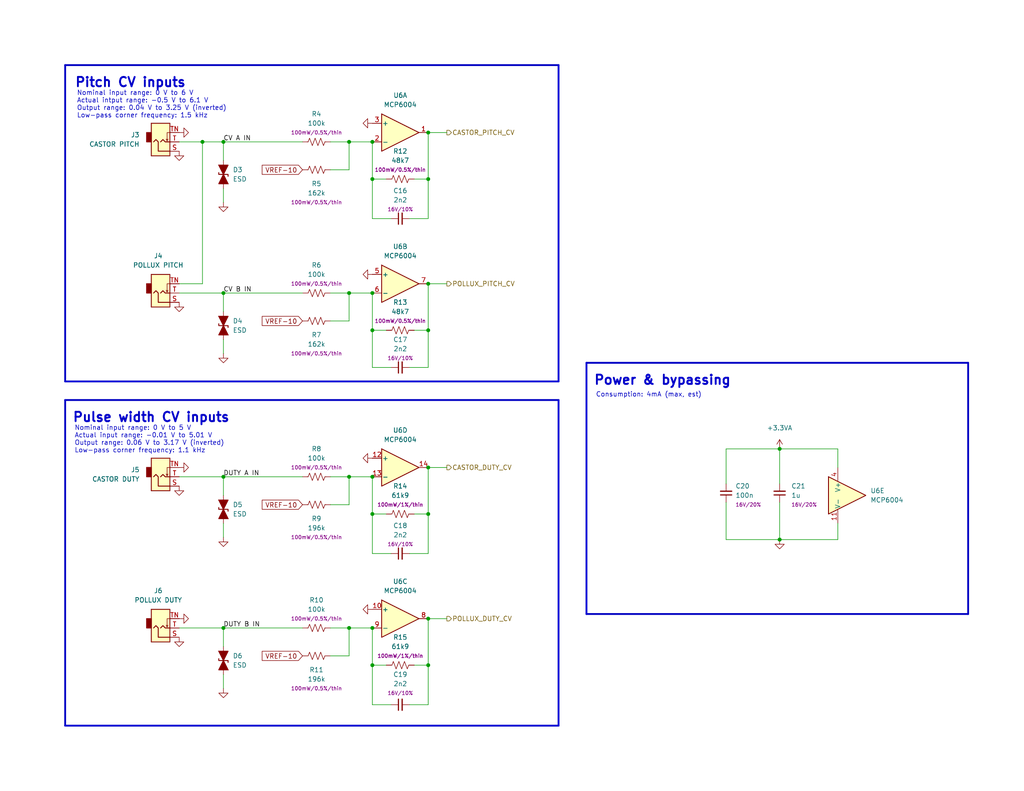
<source format=kicad_sch>
(kicad_sch (version 20211123) (generator eeschema)
  (paper "USLetter")
  (title_block (title "Castor & Pollux") (date "2022-10-07") (rev "v6") (company "Winterbloom") (comment 1 "Alethea Flowers") (comment 2 "CERN-OHL-P v2") (comment 3 "gemini.wntr.dev"))
  (lib_symbols
    (symbol "Device:C_Small" (pin_numbers hide) (pin_names (offset 0.254) hide)
      (property "Reference" "C" (at 0.254 1.778 0))
      (property "Value" "C_Small" (at 0.254 -2.032 0))
      (symbol "C_Small_0_1"
        (polyline (pts (xy -1.524 -0.508) (xy 1.524 -0.508)) (stroke (width 0.3302)))
        (polyline (pts (xy -1.524 0.508) (xy 1.524 0.508)) (stroke (width 0.3048)))
      )
      (symbol "C_Small_1_1"
        (pin passive line (at 0 2.54 270) (length 2.032) (name "~") (number "1"))
        (pin passive line (at 0 -2.54 90) (length 2.032) (name "~") (number "2"))
      )
    )
    (symbol "Device:D_TVS_Filled" (pin_numbers hide) (pin_names (offset 1.016) hide)
      (property "Reference" "D" (at 0 2.54 0))
      (property "Value" "D_TVS_Filled" (at 0 -2.54 0))
      (symbol "D_TVS_Filled_0_1"
        (polyline (pts (xy 1.27 0) (xy -1.27 0)))
        (polyline (pts (xy -2.54 -1.27) (xy 0 0) (xy -2.54 1.27) (xy -2.54 -1.27)) (stroke (width 0.254)) (fill (type outline)))
        (polyline (pts (xy 0.508 1.27) (xy 0 1.27) (xy 0 -1.27) (xy -0.508 -1.27)) (stroke (width 0.254)))
        (polyline (pts (xy 2.54 1.27) (xy 2.54 -1.27) (xy 0 0) (xy 2.54 1.27)) (stroke (width 0.254)) (fill (type outline)))
      )
      (symbol "D_TVS_Filled_1_1"
        (pin passive line (at -3.81 0 0) (length 2.54) (name "A1") (number "1"))
        (pin passive line (at 3.81 0 180) (length 2.54) (name "A2") (number "2"))
      )
    )
    (symbol "Device:R_US" (pin_numbers hide) (pin_names (offset 0))
      (property "Reference" "R" (at 2.54 0 90))
      (property "Value" "R_US" (at -2.54 0 90))
      (symbol "R_US_0_1"
        (polyline (pts (xy 0 -2.286) (xy 0 -2.54)))
        (polyline (pts (xy 0 2.286) (xy 0 2.54)))
        (polyline (pts (xy 0 -0.762) (xy 1.016 -1.143) (xy 0 -1.524) (xy -1.016 -1.905) (xy 0 -2.286)))
        (polyline (pts (xy 0 0.762) (xy 1.016 0.381) (xy 0 0) (xy -1.016 -0.381) (xy 0 -0.762)))
        (polyline (pts (xy 0 2.286) (xy 1.016 1.905) (xy 0 1.524) (xy -1.016 1.143) (xy 0 0.762)))
      )
      (symbol "R_US_1_1"
        (pin passive line (at 0 3.81 270) (length 1.27) (name "~") (number "1"))
        (pin passive line (at 0 -3.81 90) (length 1.27) (name "~") (number "2"))
      )
    )
    (symbol "power:+3.3VA" (power) (pin_names (offset 0))
      (property "Value" "+3.3VA" (at 0 3.556 0))
      (symbol "+3.3VA_0_1"
        (polyline (pts (xy -0.762 1.27) (xy 0 2.54)))
        (polyline (pts (xy 0 0) (xy 0 2.54)))
        (polyline (pts (xy 0 2.54) (xy 0.762 1.27)))
      )
      (symbol "+3.3VA_1_1"
        (pin power_in line (at 0 0 90) (length 0) hide (name "+3.3VA") (number "1"))
      )
    )
    (symbol "power:GND" (power) (pin_names (offset 0))
      (property "Value" "GND" (at 0 -3.81 0))
      (symbol "GND_0_1"
        (polyline (pts (xy 0 0) (xy 0 -1.27) (xy 1.27 -1.27) (xy 0 -2.54) (xy -1.27 -1.27) (xy 0 -1.27)))
      )
      (symbol "GND_1_1"
        (pin power_in line (at 0 0 270) (length 0) hide (name "GND") (number "1"))
      )
    )
    (symbol "winterbloom:Eurorack_Mono_Jack" (pin_names hide)
      (property "Reference" "J" (at 3.302 -4.064 0))
      (property "Value" "Eurorack_Mono_Jack" (at 0 5.08 0))
      (symbol "Eurorack_Mono_Jack_0_1"
        (rectangle (start -2.54 -5.08) (end 2.54 3.81) (stroke (width 0.254)) (fill (type background)))
        (polyline (pts (xy -1.778 -1.016) (xy -2.032 -0.508)))
        (polyline (pts (xy -2.54 1.27) (xy -1.778 1.27) (xy -1.778 -1.016) (xy -1.524 -0.508)))
        (polyline (pts (xy 0 -1.27) (xy -0.635 -0.635) (xy -1.27 -1.27) (xy -2.54 -1.27)) (stroke (width 0.254)))
        (polyline (pts (xy -2.54 -3.81) (xy 0.635 -3.81) (xy 0.635 -1.27) (xy 1.27 -0.635) (xy 1.905 -1.27)) (stroke (width 0.254)))
        (rectangle (start 2.54 -1.27) (end 3.81 1.27) (stroke (width 0.254)) (fill (type outline)))
      )
      (symbol "Eurorack_Mono_Jack_1_1"
        (pin passive line (at -5.08 -3.81 0) (length 2.54) (name "Sleeve") (number "S"))
        (pin passive line (at -5.08 -1.27 0) (length 2.54) (name "Tip") (number "T"))
        (pin passive line (at -5.08 1.27 0) (length 2.54) (name "Tip_normalize") (number "TN"))
      )
    )
    (symbol "winterbloom:MCP6004" (pin_names (offset 0.127))
      (property "Reference" "U" (at 0 3.81 0))
      (property "Value" "MCP6004" (at 0 -3.81 0))
      (symbol "MCP6004_1_1"
        (polyline (pts (xy -5.08 5.08) (xy 5.08 0) (xy -5.08 -5.08) (xy -5.08 5.08)) (stroke (width 0.254)) (fill (type background)))
        (pin output line (at 7.62 0 180) (length 2.54) (name "~") (number "1"))
        (pin input line (at -7.62 -2.54 0) (length 2.54) (name "-") (number "2"))
        (pin input line (at -7.62 2.54 0) (length 2.54) (name "+") (number "3"))
      )
      (symbol "MCP6004_2_1"
        (polyline (pts (xy -5.08 5.08) (xy 5.08 0) (xy -5.08 -5.08) (xy -5.08 5.08)) (stroke (width 0.254)) (fill (type background)))
        (pin input line (at -7.62 2.54 0) (length 2.54) (name "+") (number "5"))
        (pin input line (at -7.62 -2.54 0) (length 2.54) (name "-") (number "6"))
        (pin output line (at 7.62 0 180) (length 2.54) (name "~") (number "7"))
      )
      (symbol "MCP6004_3_1"
        (polyline (pts (xy -5.08 5.08) (xy 5.08 0) (xy -5.08 -5.08) (xy -5.08 5.08)) (stroke (width 0.254)) (fill (type background)))
        (pin input line (at -7.62 2.54 0) (length 2.54) (name "+") (number "10"))
        (pin output line (at 7.62 0 180) (length 2.54) (name "~") (number "8"))
        (pin input line (at -7.62 -2.54 0) (length 2.54) (name "-") (number "9"))
      )
      (symbol "MCP6004_4_1"
        (polyline (pts (xy -5.08 5.08) (xy 5.08 0) (xy -5.08 -5.08) (xy -5.08 5.08)) (stroke (width 0.254)) (fill (type background)))
        (pin input line (at -7.62 2.54 0) (length 2.54) (name "+") (number "12"))
        (pin input line (at -7.62 -2.54 0) (length 2.54) (name "-") (number "13"))
        (pin output line (at 7.62 0 180) (length 2.54) (name "~") (number "14"))
      )
      (symbol "MCP6004_5_1"
        (polyline (pts (xy -5.08 5.08) (xy 5.08 0) (xy -5.08 -5.08) (xy -5.08 5.08)) (stroke (width 0.254)) (fill (type background)))
        (pin power_in line (at -2.54 -7.62 90) (length 3.81) (name "V-") (number "11"))
        (pin power_in line (at -2.54 7.62 270) (length 3.81) (name "V+") (number "4"))
      )
    )
  )
  (junction (at 116.84 90.17))
  (junction (at 116.84 77.47))
  (junction (at 212.725 122.555))
  (junction (at 95.25 80.01))
  (junction (at 60.96 80.01))
  (junction (at 116.84 127.635))
  (junction (at 116.84 168.91))
  (junction (at 101.6 171.45))
  (junction (at 101.6 181.61))
  (junction (at 55.245 38.735))
  (junction (at 101.6 140.335))
  (junction (at 95.25 38.735))
  (junction (at 95.25 130.175))
  (junction (at 60.96 38.735))
  (junction (at 212.725 147.32))
  (junction (at 116.84 181.61))
  (junction (at 116.84 48.895))
  (junction (at 116.84 140.335))
  (junction (at 101.6 48.895))
  (junction (at 101.6 130.175))
  (junction (at 116.84 36.195))
  (junction (at 101.6 38.735))
  (junction (at 101.6 80.01))
  (junction (at 101.6 90.17))
  (junction (at 60.96 130.175))
  (junction (at 60.96 171.45))
  (junction (at 95.25 171.45))
  (wire (pts (xy 101.6 192.405) (xy 101.6 181.61)))
  (wire (pts (xy 111.76 100.33) (xy 116.84 100.33)))
  (wire (pts (xy 95.25 179.07) (xy 95.25 171.45)))
  (wire (pts (xy 198.12 147.32) (xy 212.725 147.32)))
  (wire (pts (xy 116.84 48.895) (xy 116.84 36.195)))
  (polyline (pts (xy 17.78 17.78) (xy 152.4 17.78)) (stroke (width 0.5) (type solid)))
  (wire (pts (xy 113.03 48.895) (xy 116.84 48.895)))
  (polyline (pts (xy 160.02 99.06) (xy 264.16 99.06)) (stroke (width 0.5) (type solid)))
  (wire (pts (xy 116.84 100.33) (xy 116.84 90.17)))
  (wire (pts (xy 48.895 77.47) (xy 55.245 77.47)))
  (wire (pts (xy 116.84 77.47) (xy 121.92 77.47)))
  (polyline (pts (xy 17.78 109.22) (xy 152.4 109.22)) (stroke (width 0.5) (type solid)))
  (wire (pts (xy 228.6 142.875) (xy 228.6 147.32)))
  (wire (pts (xy 101.6 130.175) (xy 101.6 140.335)))
  (wire (pts (xy 116.84 140.335) (xy 116.84 127.635)))
  (wire (pts (xy 101.6 48.895) (xy 105.41 48.895)))
  (wire (pts (xy 60.96 80.01) (xy 60.96 85.09)))
  (wire (pts (xy 116.84 127.635) (xy 121.92 127.635)))
  (wire (pts (xy 106.68 151.13) (xy 101.6 151.13)))
  (wire (pts (xy 60.96 184.15) (xy 60.96 187.96)))
  (wire (pts (xy 106.68 59.69) (xy 101.6 59.69)))
  (wire (pts (xy 116.84 192.405) (xy 116.84 181.61)))
  (wire (pts (xy 60.96 80.01) (xy 82.55 80.01)))
  (polyline (pts (xy 264.16 99.06) (xy 264.16 167.64)) (stroke (width 0.5) (type solid)))
  (wire (pts (xy 95.25 87.63) (xy 95.25 80.01)))
  (wire (pts (xy 95.25 137.795) (xy 95.25 130.175)))
  (wire (pts (xy 60.96 130.175) (xy 82.55 130.175)))
  (wire (pts (xy 101.6 90.17) (xy 105.41 90.17)))
  (wire (pts (xy 111.76 151.13) (xy 116.84 151.13)))
  (polyline (pts (xy 152.4 109.22) (xy 152.4 198.12)) (stroke (width 0.5) (type solid)))
  (wire (pts (xy 212.725 122.555) (xy 212.725 132.08)))
  (polyline (pts (xy 17.78 17.78) (xy 17.78 104.14)) (stroke (width 0.5) (type solid)))
  (wire (pts (xy 90.17 130.175) (xy 95.25 130.175)))
  (wire (pts (xy 101.6 171.45) (xy 101.6 181.61)))
  (wire (pts (xy 48.895 38.735) (xy 55.245 38.735)))
  (wire (pts (xy 228.6 122.555) (xy 212.725 122.555)))
  (wire (pts (xy 106.68 100.33) (xy 101.6 100.33)))
  (wire (pts (xy 101.6 100.33) (xy 101.6 90.17)))
  (wire (pts (xy 212.725 147.32) (xy 228.6 147.32)))
  (wire (pts (xy 113.03 181.61) (xy 116.84 181.61)))
  (polyline (pts (xy 152.4 104.14) (xy 17.78 104.14)) (stroke (width 0.5) (type solid)))
  (wire (pts (xy 111.76 59.69) (xy 116.84 59.69)))
  (wire (pts (xy 60.96 51.435) (xy 60.96 55.245)))
  (polyline (pts (xy 17.78 109.22) (xy 17.78 198.12)) (stroke (width 0.5) (type solid)))
  (wire (pts (xy 116.84 36.195) (xy 121.92 36.195)))
  (wire (pts (xy 113.03 140.335) (xy 116.84 140.335)))
  (wire (pts (xy 55.245 77.47) (xy 55.245 38.735)))
  (wire (pts (xy 101.6 151.13) (xy 101.6 140.335)))
  (wire (pts (xy 101.6 59.69) (xy 101.6 48.895)))
  (wire (pts (xy 60.96 38.735) (xy 60.96 43.815)))
  (wire (pts (xy 90.17 171.45) (xy 95.25 171.45)))
  (wire (pts (xy 90.17 46.355) (xy 95.25 46.355)))
  (wire (pts (xy 95.25 171.45) (xy 101.6 171.45)))
  (wire (pts (xy 113.03 90.17) (xy 116.84 90.17)))
  (wire (pts (xy 198.12 132.08) (xy 198.12 122.555)))
  (wire (pts (xy 198.12 137.16) (xy 198.12 147.32)))
  (wire (pts (xy 90.17 137.795) (xy 95.25 137.795)))
  (wire (pts (xy 48.895 80.01) (xy 60.96 80.01)))
  (wire (pts (xy 95.25 130.175) (xy 101.6 130.175)))
  (wire (pts (xy 95.25 38.735) (xy 101.6 38.735)))
  (wire (pts (xy 55.245 38.735) (xy 60.96 38.735)))
  (wire (pts (xy 101.6 38.735) (xy 101.6 48.895)))
  (wire (pts (xy 60.96 142.875) (xy 60.96 146.685)))
  (wire (pts (xy 198.12 122.555) (xy 212.725 122.555)))
  (wire (pts (xy 116.84 151.13) (xy 116.84 140.335)))
  (wire (pts (xy 116.84 59.69) (xy 116.84 48.895)))
  (wire (pts (xy 95.25 46.355) (xy 95.25 38.735)))
  (wire (pts (xy 116.84 168.91) (xy 121.92 168.91)))
  (polyline (pts (xy 152.4 17.78) (xy 152.4 104.14)) (stroke (width 0.5) (type solid)))
  (wire (pts (xy 101.6 181.61) (xy 105.41 181.61)))
  (polyline (pts (xy 264.16 167.64) (xy 160.02 167.64)) (stroke (width 0.5) (type solid)))
  (wire (pts (xy 90.17 179.07) (xy 95.25 179.07)))
  (wire (pts (xy 90.17 80.01) (xy 95.25 80.01)))
  (polyline (pts (xy 152.4 198.12) (xy 17.78 198.12)) (stroke (width 0.5) (type solid)))
  (wire (pts (xy 101.6 140.335) (xy 105.41 140.335)))
  (wire (pts (xy 95.25 80.01) (xy 101.6 80.01)))
  (wire (pts (xy 111.76 192.405) (xy 116.84 192.405)))
  (wire (pts (xy 116.84 90.17) (xy 116.84 77.47)))
  (wire (pts (xy 106.68 192.405) (xy 101.6 192.405)))
  (wire (pts (xy 228.6 127.635) (xy 228.6 122.555)))
  (wire (pts (xy 60.96 171.45) (xy 82.55 171.45)))
  (wire (pts (xy 48.895 130.175) (xy 60.96 130.175)))
  (wire (pts (xy 48.895 171.45) (xy 60.96 171.45)))
  (wire (pts (xy 212.725 137.16) (xy 212.725 147.32)))
  (wire (pts (xy 90.17 38.735) (xy 95.25 38.735)))
  (polyline (pts (xy 160.02 99.06) (xy 160.02 167.64)) (stroke (width 0.5) (type solid)))
  (wire (pts (xy 101.6 80.01) (xy 101.6 90.17)))
  (wire (pts (xy 116.84 181.61) (xy 116.84 168.91)))
  (wire (pts (xy 90.17 87.63) (xy 95.25 87.63)))
  (wire (pts (xy 60.96 92.71) (xy 60.96 96.52)))
  (wire (pts (xy 60.96 130.175) (xy 60.96 135.255)))
  (wire (pts (xy 60.96 38.735) (xy 82.55 38.735)))
  (wire (pts (xy 60.96 171.45) (xy 60.96 176.53)))
  (text "Pulse width CV inputs" (at 19.685 115.57 0) (effects (font (size 2.54 2.54) (thickness 0.508) bold) (justify left bottom)))
  (text "Consumption: 4mA (max, est)" (at 162.56 108.585 0) (effects (font (size 1.27 1.27)) (justify left bottom)))
  (text "Power & bypassing" (at 161.925 105.41 0) (effects (font (size 2.54 2.54) (thickness 0.508) bold) (justify left bottom)))
  (text "Nominal input range: 0 V to 6 V\nActual intput range: -0.5 V to 6.1 V\nOutput range: 0.04 V to 3.25 V (inverted)\nLow-pass corner frequency: 1.5 kHz" (at 20.955 32.385 0) (effects (font (size 1.27 1.27)) (justify left bottom)))
  (text "Pitch CV inputs" (at 20.32 24.13 0) (effects (font (size 2.54 2.54) (thickness 0.508) bold) (justify left bottom)))
  (text "Nominal input range: 0 V to 5 V\nActual input range: -0.01 V to 5.01 V\nOutput range: 0.06 V to 3.17 V (inverted)\nLow-pass corner frequency: 1.1 kHz\n" (at 20.32 123.825 0) (effects (font (size 1.27 1.27)) (justify left bottom)))
  (label "CV B IN" (at 60.96 80.01 0))
  (label "CV A IN" (at 60.96 38.735 0))
  (label "DUTY A IN" (at 60.96 130.175 0))
  (label "DUTY B IN" (at 60.96 171.45 0))
  (global_label "VREF-10" (shape input) (at 82.55 179.07 180) (property "Intersheet References" "${INTERSHEET_REFS}" (effects hide)))
  (global_label "VREF-10" (shape input) (at 82.55 87.63 180) (property "Intersheet References" "${INTERSHEET_REFS}" (effects hide)))
  (global_label "VREF-10" (shape input) (at 82.55 137.795 180) (property "Intersheet References" "${INTERSHEET_REFS}" (effects hide)))
  (global_label "VREF-10" (shape input) (at 82.55 46.355 180) (property "Intersheet References" "${INTERSHEET_REFS}" (effects hide)))
  (hierarchical_label "CASTOR_PITCH_CV" (shape output) (at 121.92 36.195 0))
  (hierarchical_label "CASTOR_DUTY_CV" (shape output) (at 121.92 127.635 0))
  (hierarchical_label "POLLUX_DUTY_CV" (shape output) (at 121.92 168.91 0))
  (hierarchical_label "POLLUX_PITCH_CV" (shape output) (at 121.92 77.47 0))
  (symbol (lib_id "winterbloom:MCP6004") (at 109.22 36.195 0) (unit 1)
    (property "Reference" "U6" (at 109.22 26.035 0))
    (property "Value" "MCP6004" (at 109.22 28.575 0))
    (property "Footprint" "Package_SO:TSSOP-14_4.4x5mm_P0.65mm" (effects hide))
    (property "Datasheet" "http://datasheet.octopart.com/MCP6001T-I/OT-Microchip-datasheet-8823409.pdf" (effects hide))
    (property "MPN" "MCP6004T-I/ST, MCP6004T-E/ST" (effects hide))
  )
  (symbol (lib_id "Device:R_US") (at 86.36 38.735 270) (unit 1)
    (property "Reference" "R4" (at 86.36 31.115 90))
    (property "Value" "100k" (at 86.36 33.655 90))
    (property "Footprint" "winterbloom:R_0402_HandSolder" (effects hide))
    (property "MPN" "RC0402DR-07100KL" (effects hide))
    (property "Notes" "Low frequency analog input" (effects hide))
    (property "Rating" "100mW/0.5%/thin" (at 86.36 36.195 90) (effects (font (size 1 1))))
  )
  (symbol (lib_id "Device:R_US") (at 86.36 46.355 270) (unit 1)
    (property "Reference" "R5" (at 86.36 50.165 90))
    (property "Value" "162k" (at 86.36 52.705 90))
    (property "Footprint" "winterbloom:R_0402_HandSolder" (effects hide))
    (property "MPN" "RP73PF1E162KBTD" (effects hide))
    (property "Notes" "Low frequency analog input" (effects hide))
    (property "Rating" "100mW/0.5%/thin" (at 86.36 55.245 90) (effects (font (size 1 1))))
  )
  (symbol (lib_id "Device:R_US") (at 109.22 48.895 270) (unit 1)
    (property "Reference" "R12" (at 109.22 41.275 90))
    (property "Value" "48k7" (at 109.22 43.815 90))
    (property "Footprint" "winterbloom:R_0402_HandSolder" (effects hide))
    (property "MPN" "RT0402BRD0748K7L" (effects hide))
    (property "Notes" "Low frequency analog input" (effects hide))
    (property "Rating" "100mW/0.5%/thin" (at 109.22 46.355 90) (effects (font (size 1 1))))
  )
  (symbol (lib_id "Device:C_Small") (at 109.22 59.69 90) (unit 1)
    (property "Reference" "C16" (at 109.2263 52.07 90))
    (property "Value" "2n2" (at 109.2263 54.61 90))
    (property "Footprint" "winterbloom:C_0402_HandSolder" (effects hide))
    (property "MPN" "GRM155R71H222KA01D" (effects hide))
    (property "Notes" "CV filter" (effects hide))
    (property "Rating" "16V/10%" (at 109.2263 57.15 90) (effects (font (size 1 1))))
  )
  (symbol (lib_id "power:GND") (at 101.6 33.655 270) (unit 1)
    (property "Reference" "#PWR048" (effects hide))
    (property "Value" "GND" (effects hide))
  )
  (symbol (lib_id "winterbloom:MCP6004") (at 109.22 77.47 0) (unit 2)
    (property "Reference" "U6" (at 109.22 67.31 0))
    (property "Value" "MCP6004" (at 109.22 69.85 0))
    (property "Footprint" "Package_SO:TSSOP-14_4.4x5mm_P0.65mm" (effects hide))
    (property "Datasheet" "http://datasheet.octopart.com/MCP6001T-I/OT-Microchip-datasheet-8823409.pdf" (effects hide))
    (property "MPN" "MCP6004T-I/ST, MCP6004T-E/ST" (effects hide))
  )
  (symbol (lib_id "Device:R_US") (at 86.36 80.01 270) (unit 1)
    (property "Reference" "R6" (at 86.36 72.39 90))
    (property "Value" "100k" (at 86.36 74.93 90))
    (property "Footprint" "winterbloom:R_0402_HandSolder" (effects hide))
    (property "MPN" "RC0402DR-07100KL" (effects hide))
    (property "Notes" "Low frequency analog input" (effects hide))
    (property "Rating" "100mW/0.5%/thin" (at 86.36 77.47 90) (effects (font (size 1 1))))
  )
  (symbol (lib_id "Device:R_US") (at 86.36 87.63 270) (unit 1)
    (property "Reference" "R7" (at 86.36 91.44 90))
    (property "Value" "162k" (at 86.36 93.98 90))
    (property "Footprint" "winterbloom:R_0402_HandSolder" (effects hide))
    (property "MPN" "RP73PF1E162KBTD" (effects hide))
    (property "Notes" "Low frequency analog input" (effects hide))
    (property "Rating" "100mW/0.5%/thin" (at 86.36 96.52 90) (effects (font (size 1 1))))
  )
  (symbol (lib_id "Device:R_US") (at 109.22 90.17 270) (unit 1)
    (property "Reference" "R13" (at 109.22 82.55 90))
    (property "Value" "48k7" (at 109.22 85.09 90))
    (property "Footprint" "winterbloom:R_0402_HandSolder" (effects hide))
    (property "MPN" "RT0402BRD0748K7L" (effects hide))
    (property "Notes" "Low frequency analog input" (effects hide))
    (property "Rating" "100mW/0.5%/thin" (at 109.22 87.63 90) (effects (font (size 1 1))))
  )
  (symbol (lib_id "Device:C_Small") (at 109.22 100.33 90) (unit 1)
    (property "Reference" "C17" (at 109.2263 92.71 90))
    (property "Value" "2n2" (at 109.2263 95.25 90))
    (property "Footprint" "winterbloom:C_0402_HandSolder" (effects hide))
    (property "MPN" "GRM155R71H222KA01D" (effects hide))
    (property "Notes" "CV filter" (effects hide))
    (property "Rating" "16V/10%" (at 109.2263 97.79 90) (effects (font (size 1 1))))
  )
  (symbol (lib_id "power:GND") (at 101.6 74.93 270) (unit 1)
    (property "Reference" "#PWR049" (effects hide))
    (property "Value" "GND" (effects hide))
  )
  (symbol (lib_id "winterbloom:MCP6004") (at 109.22 127.635 0) (unit 4)
    (property "Reference" "U6" (at 109.22 117.475 0))
    (property "Value" "MCP6004" (at 109.22 120.015 0))
    (property "Footprint" "Package_SO:TSSOP-14_4.4x5mm_P0.65mm" (effects hide))
    (property "Datasheet" "http://datasheet.octopart.com/MCP6001T-I/OT-Microchip-datasheet-8823409.pdf" (effects hide))
    (property "MPN" "MCP6004T-I/ST, MCP6004T-E/ST" (effects hide))
  )
  (symbol (lib_id "Device:R_US") (at 86.36 130.175 270) (unit 1)
    (property "Reference" "R8" (at 86.36 122.555 90))
    (property "Value" "100k" (at 86.36 125.095 90))
    (property "Footprint" "winterbloom:R_0402_HandSolder" (effects hide))
    (property "MPN" "RC0402DR-07100KL" (effects hide))
    (property "Notes" "Low frequency analog input" (effects hide))
    (property "Rating" "100mW/0.5%/thin" (at 86.36 127.635 90) (effects (font (size 1 1))))
  )
  (symbol (lib_id "Device:R_US") (at 86.36 137.795 270) (unit 1)
    (property "Reference" "R9" (at 86.36 141.605 90))
    (property "Value" "196k" (at 86.36 144.145 90))
    (property "Footprint" "winterbloom:R_0402_HandSolder" (effects hide))
    (property "MPN" "RP73PF1E196KBTD, RK73H1ETTP1963F" (effects hide))
    (property "Notes" "Low frequency analog input" (effects hide))
    (property "Rating" "100mW/0.5%/thin" (at 86.36 146.685 90) (effects (font (size 1 1))))
  )
  (symbol (lib_id "Device:R_US") (at 109.22 140.335 270) (unit 1)
    (property "Reference" "R14" (at 109.22 132.715 90))
    (property "Value" "61k9" (at 109.22 135.255 90))
    (property "Footprint" "winterbloom:R_0402_HandSolder" (effects hide))
    (property "MPN" "RT0402BRD0761K9L,  ERA-2AEB6192X" (effects hide))
    (property "Notes" "Low frequency analog input" (effects hide))
    (property "Rating" "100mW/1%/thin" (at 109.22 137.795 90) (effects (font (size 1 1))))
  )
  (symbol (lib_id "Device:C_Small") (at 109.22 151.13 90) (unit 1)
    (property "Reference" "C18" (at 109.2263 143.51 90))
    (property "Value" "2n2" (at 109.2263 146.05 90))
    (property "Footprint" "winterbloom:C_0402_HandSolder" (effects hide))
    (property "MPN" "GRM155R71H222KA01D" (effects hide))
    (property "Notes" "CV filter" (effects hide))
    (property "Rating" "16V/10%" (at 109.2263 148.59 90) (effects (font (size 1 1))))
  )
  (symbol (lib_id "power:GND") (at 101.6 125.095 270) (unit 1)
    (property "Reference" "#PWR050" (effects hide))
    (property "Value" "GND" (effects hide))
  )
  (symbol (lib_id "winterbloom:MCP6004") (at 109.22 168.91 0) (unit 3)
    (property "Reference" "U6" (at 109.22 158.75 0))
    (property "Value" "MCP6004" (at 109.22 161.29 0))
    (property "Footprint" "Package_SO:TSSOP-14_4.4x5mm_P0.65mm" (effects hide))
    (property "Datasheet" "http://datasheet.octopart.com/MCP6001T-I/OT-Microchip-datasheet-8823409.pdf" (effects hide))
    (property "MPN" "MCP6004T-I/ST, MCP6004T-E/ST" (effects hide))
  )
  (symbol (lib_id "Device:R_US") (at 86.36 171.45 270) (unit 1)
    (property "Reference" "R10" (at 86.36 163.83 90))
    (property "Value" "100k" (at 86.36 166.37 90))
    (property "Footprint" "winterbloom:R_0402_HandSolder" (effects hide))
    (property "MPN" "RC0402DR-07100KL" (effects hide))
    (property "Notes" "Low frequency analog input" (effects hide))
    (property "Rating" "100mW/0.5%/thin" (at 86.36 168.91 90) (effects (font (size 1 1))))
  )
  (symbol (lib_id "Device:R_US") (at 86.36 179.07 270) (unit 1)
    (property "Reference" "R11" (at 86.36 182.88 90))
    (property "Value" "196k" (at 86.36 185.42 90))
    (property "Footprint" "winterbloom:R_0402_HandSolder" (effects hide))
    (property "MPN" "RP73PF1E196KBTD, RK73H1ETTP1963F" (effects hide))
    (property "Notes" "Low frequency analog input" (effects hide))
    (property "Rating" "100mW/0.5%/thin" (at 86.36 187.96 90) (effects (font (size 1 1))))
  )
  (symbol (lib_id "Device:R_US") (at 109.22 181.61 270) (unit 1)
    (property "Reference" "R15" (at 109.22 173.99 90))
    (property "Value" "61k9" (at 109.22 176.53 90))
    (property "Footprint" "winterbloom:R_0402_HandSolder" (effects hide))
    (property "MPN" "RT0402BRD0761K9L,  ERA-2AEB6192X" (effects hide))
    (property "Notes" "Low frequency analog input" (effects hide))
    (property "Rating" "100mW/1%/thin" (at 109.22 179.07 90) (effects (font (size 1 1))))
  )
  (symbol (lib_id "Device:C_Small") (at 109.22 192.405 90) (unit 1)
    (property "Reference" "C19" (at 109.2263 184.15 90))
    (property "Value" "2n2" (at 109.2263 186.69 90))
    (property "Footprint" "winterbloom:C_0402_HandSolder" (effects hide))
    (property "MPN" "GRM155R71H222KA01D" (effects hide))
    (property "Notes" "CV filter" (effects hide))
    (property "Rating" "16V/10%" (at 109.2263 189.23 90) (effects (font (size 1 1))))
  )
  (symbol (lib_id "power:GND") (at 101.6 166.37 270) (unit 1)
    (property "Reference" "#PWR051" (effects hide))
    (property "Value" "GND" (effects hide))
  )
  (symbol (lib_id "winterbloom:MCP6004") (at 231.14 135.255 0) (unit 5)
    (property "Reference" "U6" (at 237.49 133.9849 0) (effects (justify left)))
    (property "Value" "MCP6004" (at 237.49 136.5249 0) (effects (justify left)))
    (property "Footprint" "Package_SO:TSSOP-14_4.4x5mm_P0.65mm" (effects hide))
    (property "Datasheet" "http://datasheet.octopart.com/MCP6001T-I/OT-Microchip-datasheet-8823409.pdf" (effects hide))
    (property "MPN" "MCP6004T-I/ST, MCP6004T-E/ST" (effects hide))
  )
  (symbol (lib_id "Device:C_Small") (at 198.12 134.62 180) (unit 1)
    (property "Reference" "C20" (at 200.66 132.7085 0) (effects (justify right)))
    (property "Value" "100n" (at 200.66 135.2485 0) (effects (justify right)))
    (property "Footprint" "winterbloom:C_0402_HandSolder" (effects hide))
    (property "MPN" "CL05B104KO5NNNC" (effects hide))
    (property "Notes" "Bypass" (effects hide))
    (property "MacroFab MPN" "MF-CAP-0402-0.1uF" (effects hide))
    (property "Rating" "16V/20%" (at 200.66 137.7886 0) (effects (font (size 1 1)) (justify right)))
  )
  (symbol (lib_id "Device:C_Small") (at 212.725 134.62 180) (unit 1)
    (property "Reference" "C21" (at 215.9 132.7085 0) (effects (justify right)))
    (property "Value" "1u" (at 215.9 135.2485 0) (effects (justify right)))
    (property "Footprint" "winterbloom:C_0402_HandSolder" (effects hide))
    (property "MPN" "CL05A105KO5NNNC" (effects hide))
    (property "Notes" "Bypass" (effects hide))
    (property "MacroFab MPN" "MF-CAP-0402-1uF" (effects hide))
    (property "Rating" "16V/20%" (at 215.9 137.7886 0) (effects (font (size 1 1)) (justify right)))
  )
  (symbol (lib_id "power:GND") (at 212.725 147.32 0) (unit 1)
    (property "Reference" "#PWR053" (effects hide))
    (property "Value" "GND" (effects hide))
  )
  (symbol (lib_id "power:+3.3VA") (at 212.725 122.555 0) (unit 1)
    (property "Reference" "#PWR052" (effects hide))
    (property "Value" "+3.3VA" (at 212.725 116.84 0))
  )
  (symbol (lib_id "power:GND") (at 60.96 187.96 0) (unit 1)
    (property "Reference" "#PWR047" (effects hide))
    (property "Value" "GND" (effects hide))
  )
  (symbol (lib_id "winterbloom:Eurorack_Mono_Jack") (at 43.815 78.74 0) (mirror y) (unit 1)
    (property "Reference" "J4" (at 43.18 69.85 0))
    (property "Value" "POLLUX PITCH" (at 43.18 72.39 0))
    (property "Footprint" "winterbloom:AudioJack_WQP518MA" (effects hide))
    (property "Datasheet" "http://www.qingpu-electronics.com/en/products/WQP-PJ398SM-362.html" (effects hide))
    (property "MPN" "WQP-WQP518MA" (effects hide))
  )
  (symbol (lib_id "power:GND") (at 48.895 36.195 90) (unit 1)
    (property "Reference" "#PWR037" (effects hide))
    (property "Value" "GND" (effects hide))
  )
  (symbol (lib_id "power:GND") (at 48.895 127.635 90) (unit 1)
    (property "Reference" "#PWR040" (effects hide))
    (property "Value" "GND" (effects hide))
  )
  (symbol (lib_id "power:GND") (at 48.895 132.715 0) (unit 1)
    (property "Reference" "#PWR041" (effects hide))
    (property "Value" "GND" (effects hide))
  )
  (symbol (lib_id "winterbloom:Eurorack_Mono_Jack") (at 43.815 37.465 0) (mirror y) (unit 1)
    (property "Reference" "J3" (at 38.1 36.8299 0) (effects (justify left)))
    (property "Value" "CASTOR PITCH" (at 38.1 39.3699 0) (effects (justify left)))
    (property "Footprint" "winterbloom:AudioJack_WQP518MA" (effects hide))
    (property "Datasheet" "http://www.qingpu-electronics.com/en/products/WQP-PJ398SM-362.html" (effects hide))
    (property "MPN" "WQP-WQP518MA" (effects hide))
  )
  (symbol (lib_id "winterbloom:Eurorack_Mono_Jack") (at 43.815 128.905 0) (mirror y) (unit 1)
    (property "Reference" "J5" (at 38.1 128.2699 0) (effects (justify left)))
    (property "Value" "CASTOR DUTY" (at 38.1 130.8099 0) (effects (justify left)))
    (property "Footprint" "winterbloom:AudioJack_WQP518MA" (effects hide))
    (property "Datasheet" "http://www.qingpu-electronics.com/en/products/WQP-PJ398SM-362.html" (effects hide))
    (property "MPN" "WQP-WQP518MA" (effects hide))
  )
  (symbol (lib_id "power:GND") (at 48.895 41.275 0) (unit 1)
    (property "Reference" "#PWR038" (effects hide))
    (property "Value" "GND" (effects hide))
  )
  (symbol (lib_id "power:GND") (at 48.895 168.91 90) (unit 1)
    (property "Reference" "#PWR042" (effects hide))
    (property "Value" "GND" (effects hide))
  )
  (symbol (lib_id "Device:D_TVS_Filled") (at 60.96 180.34 90) (unit 1)
    (property "Reference" "D6" (at 63.5 179.0699 90) (effects (justify right)))
    (property "Value" "ESD" (at 63.5 181.6099 90) (effects (justify right)))
    (property "Footprint" "winterbloom:C_0603_HandSolder" (effects hide))
    (property "MPN" "B72500T0250K060" (effects hide))
    (property "Notes" "ESD diode, ceradiode, MOV, or small capacitor" (effects hide))
    (property "Rating" "20V+" (effects hide))
  )
  (symbol (lib_id "power:GND") (at 48.895 82.55 0) (unit 1)
    (property "Reference" "#PWR039" (effects hide))
    (property "Value" "GND" (effects hide))
  )
  (symbol (lib_id "power:GND") (at 60.96 55.245 0) (unit 1)
    (property "Reference" "#PWR044" (effects hide))
    (property "Value" "GND" (effects hide))
  )
  (symbol (lib_id "power:GND") (at 60.96 96.52 0) (unit 1)
    (property "Reference" "#PWR045" (effects hide))
    (property "Value" "GND" (effects hide))
  )
  (symbol (lib_id "Device:D_TVS_Filled") (at 60.96 47.625 90) (unit 1)
    (property "Reference" "D3" (at 63.5 46.3549 90) (effects (justify right)))
    (property "Value" "ESD" (at 63.5 48.8949 90) (effects (justify right)))
    (property "Footprint" "winterbloom:C_0603_HandSolder" (effects hide))
    (property "MPN" "B72500T0250K060" (effects hide))
    (property "Notes" "ESD diode, ceradiode, MOV, or small capacitor" (effects hide))
    (property "Rating" "20V+" (effects hide))
  )
  (symbol (lib_id "winterbloom:Eurorack_Mono_Jack") (at 43.815 170.18 0) (mirror y) (unit 1)
    (property "Reference" "J6" (at 43.18 161.29 0))
    (property "Value" "POLLUX DUTY" (at 43.18 163.83 0))
    (property "Footprint" "winterbloom:AudioJack_WQP518MA" (effects hide))
    (property "Datasheet" "http://www.qingpu-electronics.com/en/products/WQP-PJ398SM-362.html" (effects hide))
    (property "MPN" "WQP-WQP518MA" (effects hide))
  )
  (symbol (lib_id "power:GND") (at 48.895 173.99 0) (unit 1)
    (property "Reference" "#PWR043" (effects hide))
    (property "Value" "GND" (effects hide))
  )
  (symbol (lib_id "Device:D_TVS_Filled") (at 60.96 139.065 90) (unit 1)
    (property "Reference" "D5" (at 63.5 137.7949 90) (effects (justify right)))
    (property "Value" "ESD" (at 63.5 140.3349 90) (effects (justify right)))
    (property "Footprint" "winterbloom:C_0603_HandSolder" (effects hide))
    (property "MPN" "B72500T0250K060" (effects hide))
    (property "Notes" "ESD diode, ceradiode, MOV, or small capacitor" (effects hide))
    (property "Rating" "20V+" (effects hide))
  )
  (symbol (lib_id "Device:D_TVS_Filled") (at 60.96 88.9 90) (unit 1)
    (property "Reference" "D4" (at 63.5 87.6299 90) (effects (justify right)))
    (property "Value" "ESD" (at 63.5 90.1699 90) (effects (justify right)))
    (property "Footprint" "winterbloom:C_0603_HandSolder" (effects hide))
    (property "MPN" "B72500T0250K060" (effects hide))
    (property "Notes" "ESD diode, ceradiode, MOV, or small capacitor" (effects hide))
    (property "Rating" "20V+" (effects hide))
  )
  (symbol (lib_id "power:GND") (at 60.96 146.685 0) (unit 1)
    (property "Reference" "#PWR046" (effects hide))
    (property "Value" "GND" (effects hide))
  )
)
</source>
